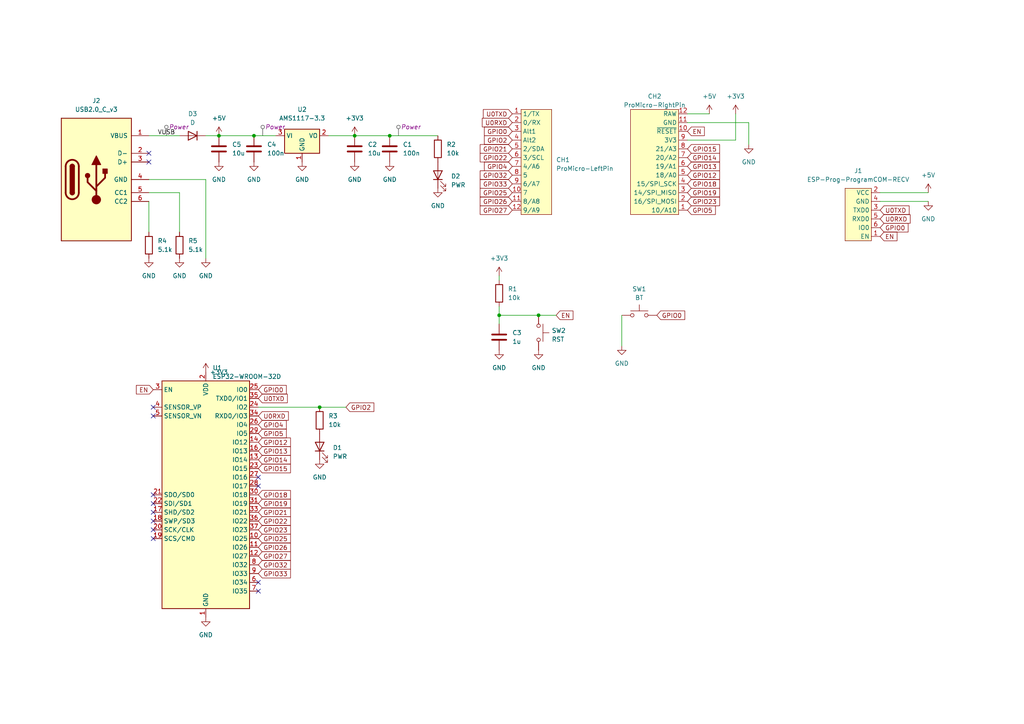
<source format=kicad_sch>
(kicad_sch (version 20230121) (generator eeschema)
  (paper "A4")
  (lib_symbols
    (symbol "$74th:ESP-Prog-ProgramCOM-RECV"
      (property "Reference" "J" (at 0 5.08 0))
      (property "Value" "ESP-Prog-ProgramCOM-RECV" (at 0 7.62 0))
      (symbol "ESP-Prog-ProgramCOM-RECV_0_1"
        (rectangle (start -3.81 3.81) (end 3.81 -11.43) (stroke (width 0.1524)) (fill (type background)))
      )
      (symbol "ESP-Prog-ProgramCOM-RECV_1_1"
        (pin output line (at 6.35 -10.16 180) (length 2.54) (name "EN") (number "1"))
        (pin power_out line (at 6.35 2.54 180) (length 2.54) (name "VCC") (number "2"))
        (pin input line (at 6.35 -2.54 180) (length 2.54) (name "TXD0") (number "3"))
        (pin power_out line (at 6.35 0 180) (length 2.54) (name "GND") (number "4"))
        (pin output line (at 6.35 -5.08 180) (length 2.54) (name "RXD0") (number "5"))
        (pin output line (at 6.35 -7.62 180) (length 2.54) (name "IO0") (number "6"))
      )
    )
    (symbol "$74th:ProMicro-LeftPin-NoGND"
      (property "Reference" "CH" (at 0 12.7 0))
      (property "Value" "ProMicro-LeftPin" (at 0 15.24 0))
      (symbol "ProMicro-LeftPin-NoGND_0_1"
        (rectangle (start -3.81 11.43) (end 5.08 -19.05) (stroke (width 0.1524)) (fill (type background)))
      )
      (symbol "ProMicro-LeftPin-NoGND_1_1"
        (pin bidirectional line (at -6.35 10.16 0) (length 2.54) (name "1/TX") (number "1"))
        (pin bidirectional line (at -6.35 -12.7 0) (length 2.54) (name "7") (number "10"))
        (pin bidirectional line (at -6.35 -15.24 0) (length 2.54) (name "8/A8") (number "11"))
        (pin bidirectional line (at -6.35 -17.78 0) (length 2.54) (name "9/A9") (number "12"))
        (pin bidirectional line (at -6.35 7.62 0) (length 2.54) (name "0/RX") (number "2"))
        (pin bidirectional line (at -6.35 5.08 0) (length 2.54) (name "Alt1") (number "3"))
        (pin bidirectional line (at -6.35 2.54 0) (length 2.54) (name "Alt2") (number "4"))
        (pin bidirectional line (at -6.35 0 0) (length 2.54) (name "2/SDA") (number "5"))
        (pin bidirectional line (at -6.35 -2.54 0) (length 2.54) (name "3/SCL") (number "6"))
        (pin bidirectional line (at -6.35 -5.08 0) (length 2.54) (name "4/A6") (number "7"))
        (pin bidirectional line (at -6.35 -7.62 0) (length 2.54) (name "5") (number "8"))
        (pin bidirectional line (at -6.35 -10.16 0) (length 2.54) (name "6/A7") (number "9"))
      )
    )
    (symbol "$74th:ProMicro-RightPin"
      (property "Reference" "CH" (at 0 12.7 0))
      (property "Value" "ProMicro-RightPin" (at 0 15.24 0))
      (symbol "ProMicro-RightPin_0_1"
        (rectangle (start -3.81 11.43) (end 10.16 -19.05) (stroke (width 0.1524)) (fill (type background)))
      )
      (symbol "ProMicro-RightPin_1_1"
        (pin bidirectional line (at 12.7 -17.78 180) (length 2.54) (name "10/A10") (number "1"))
        (pin input line (at 12.7 5.08 180) (length 2.54) (name "~{RESET}") (number "10"))
        (pin power_in line (at 12.7 7.62 180) (length 2.54) (name "GND") (number "11"))
        (pin power_in line (at 12.7 10.16 180) (length 2.54) (name "RAW") (number "12"))
        (pin bidirectional line (at 12.7 -15.24 180) (length 2.54) (name "16/SPI_MOSI") (number "2"))
        (pin bidirectional line (at 12.7 -12.7 180) (length 2.54) (name "14/SPI_MISO") (number "3"))
        (pin bidirectional line (at 12.7 -10.16 180) (length 2.54) (name "15/SPI_SCK") (number "4"))
        (pin bidirectional line (at 12.7 -7.62 180) (length 2.54) (name "18/A0") (number "5"))
        (pin bidirectional line (at 12.7 -5.08 180) (length 2.54) (name "19/A1") (number "6"))
        (pin bidirectional line (at 12.7 -2.54 180) (length 2.54) (name "20/A2") (number "7"))
        (pin bidirectional line (at 12.7 0 180) (length 2.54) (name "21/A3") (number "8"))
        (pin power_in line (at 12.7 2.54 180) (length 2.54) (name "3V3") (number "9"))
      )
    )
    (symbol "$74th:USB2.0_C_v3" (pin_names (offset 1.016))
      (property "Reference" "J" (at -10.16 19.05 0))
      (property "Value" "USB2.0_C_v3" (at 12.7 19.05 0))
      (symbol "USB2.0_C_v3_0_1"
        (rectangle (start -10.16 17.78) (end 10.16 -17.78) (stroke (width 0.254)) (fill (type background)))
        (arc (start -8.89 -3.81) (mid -6.985 -5.7067) (end -5.08 -3.81) (stroke (width 0.508)))
        (arc (start -7.62 -3.81) (mid -6.985 -4.4423) (end -6.35 -3.81) (stroke (width 0.254)))
        (arc (start -7.62 -3.81) (mid -6.985 -4.4423) (end -6.35 -3.81) (stroke (width 0.254)) (fill (type outline)))
        (rectangle (start -7.62 -3.81) (end -6.35 3.81) (stroke (width 0.254)) (fill (type outline)))
        (arc (start -6.35 3.81) (mid -6.985 4.4423) (end -7.62 3.81) (stroke (width 0.254)))
        (arc (start -6.35 3.81) (mid -6.985 4.4423) (end -7.62 3.81) (stroke (width 0.254)) (fill (type outline)))
        (arc (start -5.08 3.81) (mid -6.985 5.7067) (end -8.89 3.81) (stroke (width 0.508)))
        (circle (center -2.54 1.143) (radius 0.635) (stroke (width 0.254)) (fill (type outline)))
        (circle (center 0 -5.842) (radius 1.27) (fill (type outline)))
        (polyline (pts (xy -8.89 -3.81) (xy -8.89 3.81)) (stroke (width 0.508)))
        (polyline (pts (xy -5.08 3.81) (xy -5.08 -3.81)) (stroke (width 0.508)))
        (polyline (pts (xy 0 -5.842) (xy 0 4.318)) (stroke (width 0.508)))
        (polyline (pts (xy 0 -3.302) (xy -2.54 -0.762) (xy -2.54 0.508)) (stroke (width 0.508)))
        (polyline (pts (xy 0 -2.032) (xy 2.54 0.508) (xy 2.54 1.778)) (stroke (width 0.508)))
        (polyline (pts (xy -1.27 4.318) (xy 0 6.858) (xy 1.27 4.318) (xy -1.27 4.318)) (stroke (width 0.254)) (fill (type outline)))
        (rectangle (start 1.905 1.778) (end 3.175 3.048) (stroke (width 0.254)) (fill (type outline)))
      )
      (symbol "USB2.0_C_v3_1_1"
        (pin power_out line (at 15.24 12.7 180) (length 5.08) (name "VBUS") (number "1"))
        (pin bidirectional line (at 15.24 7.62 180) (length 5.08) (name "D-") (number "2"))
        (pin bidirectional line (at 15.24 5.08 180) (length 5.08) (name "D+") (number "3"))
        (pin power_out line (at 15.24 0 180) (length 5.08) (name "GND") (number "4"))
        (pin bidirectional line (at 15.24 -3.81 180) (length 5.08) (name "CC1") (number "5"))
        (pin bidirectional line (at 15.24 -6.35 180) (length 5.08) (name "CC2") (number "6"))
      )
    )
    (symbol "Device:C" (pin_numbers hide) (pin_names (offset 0.254))
      (property "Reference" "C" (at 0.635 2.54 0))
      (property "Value" "C" (at 0.635 -2.54 0))
      (symbol "C_0_1"
        (polyline (pts (xy -2.032 -0.762) (xy 2.032 -0.762)) (stroke (width 0.508)))
        (polyline (pts (xy -2.032 0.762) (xy 2.032 0.762)) (stroke (width 0.508)))
      )
      (symbol "C_1_1"
        (pin passive line (at 0 3.81 270) (length 2.794) (name "~") (number "1"))
        (pin passive line (at 0 -3.81 90) (length 2.794) (name "~") (number "2"))
      )
    )
    (symbol "Device:D" (pin_numbers hide) (pin_names (offset 1.016) hide)
      (property "Reference" "D" (at 0 2.54 0))
      (property "Value" "D" (at 0 -2.54 0))
      (symbol "D_0_1"
        (polyline (pts (xy -1.27 1.27) (xy -1.27 -1.27)) (stroke (width 0.254)))
        (polyline (pts (xy 1.27 0) (xy -1.27 0)))
        (polyline (pts (xy 1.27 1.27) (xy 1.27 -1.27) (xy -1.27 0) (xy 1.27 1.27)) (stroke (width 0.254)))
      )
      (symbol "D_1_1"
        (pin passive line (at -3.81 0 0) (length 2.54) (name "K") (number "1"))
        (pin passive line (at 3.81 0 180) (length 2.54) (name "A") (number "2"))
      )
    )
    (symbol "Device:LED" (pin_numbers hide) (pin_names (offset 1.016) hide)
      (property "Reference" "D" (at 0 2.54 0))
      (property "Value" "LED" (at 0 -2.54 0))
      (symbol "LED_0_1"
        (polyline (pts (xy -1.27 -1.27) (xy -1.27 1.27)) (stroke (width 0.254)))
        (polyline (pts (xy -1.27 0) (xy 1.27 0)))
        (polyline (pts (xy 1.27 -1.27) (xy 1.27 1.27) (xy -1.27 0) (xy 1.27 -1.27)) (stroke (width 0.254)))
        (polyline (pts (xy -3.048 -0.762) (xy -4.572 -2.286) (xy -3.81 -2.286) (xy -4.572 -2.286) (xy -4.572 -1.524)))
        (polyline (pts (xy -1.778 -0.762) (xy -3.302 -2.286) (xy -2.54 -2.286) (xy -3.302 -2.286) (xy -3.302 -1.524)))
      )
      (symbol "LED_1_1"
        (pin passive line (at -3.81 0 0) (length 2.54) (name "K") (number "1"))
        (pin passive line (at 3.81 0 180) (length 2.54) (name "A") (number "2"))
      )
    )
    (symbol "Device:R" (pin_numbers hide) (pin_names (offset 0))
      (property "Reference" "R" (at 2.032 0 90))
      (property "Value" "R" (at 0 0 90))
      (symbol "R_0_1"
        (rectangle (start -1.016 -2.54) (end 1.016 2.54) (stroke (width 0.254)))
      )
      (symbol "R_1_1"
        (pin passive line (at 0 3.81 270) (length 1.27) (name "~") (number "1"))
        (pin passive line (at 0 -3.81 90) (length 1.27) (name "~") (number "2"))
      )
    )
    (symbol "RF_Module:ESP32-WROOM-32D"
      (property "Reference" "U" (at -12.7 34.29 0))
      (property "Value" "ESP32-WROOM-32D" (at 1.27 34.29 0))
      (symbol "ESP32-WROOM-32D_0_1"
        (rectangle (start -12.7 33.02) (end 12.7 -33.02) (stroke (width 0.254)) (fill (type background)))
      )
      (symbol "ESP32-WROOM-32D_1_1"
        (pin power_in line (at 0 -35.56 90) (length 2.54) (name "GND") (number "1"))
        (pin bidirectional line (at 15.24 -12.7 180) (length 2.54) (name "IO25") (number "10"))
        (pin bidirectional line (at 15.24 -15.24 180) (length 2.54) (name "IO26") (number "11"))
        (pin bidirectional line (at 15.24 -17.78 180) (length 2.54) (name "IO27") (number "12"))
        (pin bidirectional line (at 15.24 10.16 180) (length 2.54) (name "IO14") (number "13"))
        (pin bidirectional line (at 15.24 15.24 180) (length 2.54) (name "IO12") (number "14"))
        (pin passive line (at 0 -35.56 90) (length 2.54) hide (name "GND") (number "15"))
        (pin bidirectional line (at 15.24 12.7 180) (length 2.54) (name "IO13") (number "16"))
        (pin bidirectional line (at -15.24 -5.08 0) (length 2.54) (name "SHD/SD2") (number "17"))
        (pin bidirectional line (at -15.24 -7.62 0) (length 2.54) (name "SWP/SD3") (number "18"))
        (pin bidirectional line (at -15.24 -12.7 0) (length 2.54) (name "SCS/CMD") (number "19"))
        (pin power_in line (at 0 35.56 270) (length 2.54) (name "VDD") (number "2"))
        (pin bidirectional line (at -15.24 -10.16 0) (length 2.54) (name "SCK/CLK") (number "20"))
        (pin bidirectional line (at -15.24 0 0) (length 2.54) (name "SDO/SD0") (number "21"))
        (pin bidirectional line (at -15.24 -2.54 0) (length 2.54) (name "SDI/SD1") (number "22"))
        (pin bidirectional line (at 15.24 7.62 180) (length 2.54) (name "IO15") (number "23"))
        (pin bidirectional line (at 15.24 25.4 180) (length 2.54) (name "IO2") (number "24"))
        (pin bidirectional line (at 15.24 30.48 180) (length 2.54) (name "IO0") (number "25"))
        (pin bidirectional line (at 15.24 20.32 180) (length 2.54) (name "IO4") (number "26"))
        (pin bidirectional line (at 15.24 5.08 180) (length 2.54) (name "IO16") (number "27"))
        (pin bidirectional line (at 15.24 2.54 180) (length 2.54) (name "IO17") (number "28"))
        (pin bidirectional line (at 15.24 17.78 180) (length 2.54) (name "IO5") (number "29"))
        (pin input line (at -15.24 30.48 0) (length 2.54) (name "EN") (number "3"))
        (pin bidirectional line (at 15.24 0 180) (length 2.54) (name "IO18") (number "30"))
        (pin bidirectional line (at 15.24 -2.54 180) (length 2.54) (name "IO19") (number "31"))
        (pin no_connect line (at -12.7 -27.94 0) (length 2.54) hide (name "NC") (number "32"))
        (pin bidirectional line (at 15.24 -5.08 180) (length 2.54) (name "IO21") (number "33"))
        (pin bidirectional line (at 15.24 22.86 180) (length 2.54) (name "RXD0/IO3") (number "34"))
        (pin bidirectional line (at 15.24 27.94 180) (length 2.54) (name "TXD0/IO1") (number "35"))
        (pin bidirectional line (at 15.24 -7.62 180) (length 2.54) (name "IO22") (number "36"))
        (pin bidirectional line (at 15.24 -10.16 180) (length 2.54) (name "IO23") (number "37"))
        (pin passive line (at 0 -35.56 90) (length 2.54) hide (name "GND") (number "38"))
        (pin passive line (at 0 -35.56 90) (length 2.54) hide (name "GND") (number "39"))
        (pin input line (at -15.24 25.4 0) (length 2.54) (name "SENSOR_VP") (number "4"))
        (pin input line (at -15.24 22.86 0) (length 2.54) (name "SENSOR_VN") (number "5"))
        (pin input line (at 15.24 -25.4 180) (length 2.54) (name "IO34") (number "6"))
        (pin input line (at 15.24 -27.94 180) (length 2.54) (name "IO35") (number "7"))
        (pin bidirectional line (at 15.24 -20.32 180) (length 2.54) (name "IO32") (number "8"))
        (pin bidirectional line (at 15.24 -22.86 180) (length 2.54) (name "IO33") (number "9"))
      )
    )
    (symbol "Regulator_Linear:AMS1117-3.3"
      (property "Reference" "U" (at -3.81 3.175 0))
      (property "Value" "AMS1117-3.3" (at 0 3.175 0))
      (symbol "AMS1117-3.3_0_1"
        (rectangle (start -5.08 -5.08) (end 5.08 1.905) (stroke (width 0.254)) (fill (type background)))
      )
      (symbol "AMS1117-3.3_1_1"
        (pin power_in line (at 0 -7.62 90) (length 2.54) (name "GND") (number "1"))
        (pin power_out line (at 7.62 0 180) (length 2.54) (name "VO") (number "2"))
        (pin power_in line (at -7.62 0 0) (length 2.54) (name "VI") (number "3"))
      )
    )
    (symbol "Switch:SW_Push" (pin_numbers hide) (pin_names (offset 1.016) hide)
      (property "Reference" "SW" (at 1.27 2.54 0))
      (property "Value" "SW_Push" (at 0 -1.524 0))
      (symbol "SW_Push_0_1"
        (circle (center -2.032 0) (radius 0.508))
        (polyline (pts (xy 0 1.27) (xy 0 3.048)))
        (polyline (pts (xy 2.54 1.27) (xy -2.54 1.27)))
        (circle (center 2.032 0) (radius 0.508))
        (pin passive line (at -5.08 0 0) (length 2.54) (name "1") (number "1"))
        (pin passive line (at 5.08 0 180) (length 2.54) (name "2") (number "2"))
      )
    )
    (symbol "power:+3V3" (power) (pin_names (offset 0))
      (property "Value" "+3V3" (at 0 3.556 0))
      (symbol "+3V3_0_1"
        (polyline (pts (xy -0.762 1.27) (xy 0 2.54)))
        (polyline (pts (xy 0 0) (xy 0 2.54)))
        (polyline (pts (xy 0 2.54) (xy 0.762 1.27)))
      )
      (symbol "+3V3_1_1"
        (pin power_in line (at 0 0 90) (length 0) hide (name "+3V3") (number "1"))
      )
    )
    (symbol "power:+5V" (power) (pin_names (offset 0))
      (property "Value" "+5V" (at 0 3.556 0))
      (symbol "+5V_0_1"
        (polyline (pts (xy -0.762 1.27) (xy 0 2.54)))
        (polyline (pts (xy 0 0) (xy 0 2.54)))
        (polyline (pts (xy 0 2.54) (xy 0.762 1.27)))
      )
      (symbol "+5V_1_1"
        (pin power_in line (at 0 0 90) (length 0) hide (name "+5V") (number "1"))
      )
    )
    (symbol "power:GND" (power) (pin_names (offset 0))
      (property "Value" "GND" (at 0 -3.81 0))
      (symbol "GND_0_1"
        (polyline (pts (xy 0 0) (xy 0 -1.27) (xy 1.27 -1.27) (xy 0 -2.54) (xy -1.27 -1.27) (xy 0 -1.27)))
      )
      (symbol "GND_1_1"
        (pin power_in line (at 0 0 270) (length 0) hide (name "GND") (number "1"))
      )
    )
  )
  (junction (at 113.03 39.37))
  (junction (at 92.71 118.11))
  (junction (at 63.5 39.37))
  (junction (at 102.87 39.37))
  (junction (at 73.66 39.37))
  (junction (at 156.21 91.44))
  (junction (at 144.78 91.44))
  (no_connect (at 44.45 146.05))
  (no_connect (at 44.45 118.11))
  (no_connect (at 74.93 171.45))
  (no_connect (at 43.18 44.45))
  (no_connect (at 44.45 148.59))
  (no_connect (at 74.93 140.97))
  (no_connect (at 74.93 138.43))
  (no_connect (at 44.45 151.13))
  (no_connect (at 44.45 143.51))
  (no_connect (at 44.45 153.67))
  (no_connect (at 43.18 46.99))
  (no_connect (at 74.93 168.91))
  (no_connect (at 44.45 156.21))
  (no_connect (at 44.45 120.65))
  (wire (pts (xy 255.27 58.42) (xy 269.24 58.42)))
  (wire (pts (xy 43.18 55.88) (xy 52.07 55.88)))
  (wire (pts (xy 144.78 91.44) (xy 144.78 93.98)))
  (wire (pts (xy 92.71 118.11) (xy 100.33 118.11)))
  (wire (pts (xy 74.93 118.11) (xy 92.71 118.11)))
  (wire (pts (xy 59.69 39.37) (xy 63.5 39.37)))
  (wire (pts (xy 199.39 40.64) (xy 213.36 40.64)))
  (wire (pts (xy 255.27 55.88) (xy 269.24 55.88)))
  (wire (pts (xy 95.25 39.37) (xy 102.87 39.37)))
  (wire (pts (xy 52.07 55.88) (xy 52.07 67.31)))
  (wire (pts (xy 43.18 58.42) (xy 43.18 67.31)))
  (wire (pts (xy 156.21 91.44) (xy 161.29 91.44)))
  (wire (pts (xy 144.78 80.01) (xy 144.78 81.28)))
  (wire (pts (xy 59.69 52.07) (xy 59.69 74.93)))
  (wire (pts (xy 217.17 35.56) (xy 199.39 35.56)))
  (wire (pts (xy 73.66 39.37) (xy 80.01 39.37)))
  (wire (pts (xy 43.18 39.37) (xy 52.07 39.37)))
  (wire (pts (xy 180.34 91.44) (xy 180.34 100.33)))
  (wire (pts (xy 113.03 39.37) (xy 127 39.37)))
  (wire (pts (xy 217.17 41.91) (xy 217.17 35.56)))
  (wire (pts (xy 144.78 91.44) (xy 144.78 88.9)))
  (wire (pts (xy 199.39 33.02) (xy 205.74 33.02)))
  (wire (pts (xy 102.87 39.37) (xy 113.03 39.37)))
  (wire (pts (xy 63.5 39.37) (xy 73.66 39.37)))
  (wire (pts (xy 144.78 91.44) (xy 156.21 91.44)))
  (wire (pts (xy 213.36 33.02) (xy 213.36 40.64)))
  (wire (pts (xy 43.18 52.07) (xy 59.69 52.07)))
  (label "VUSB" (at 45.72 39.37 0))
  (global_label "GPIO22" (shape input) (at 74.93 151.13 0) (property "Intersheetrefs" "${INTERSHEET_REFS}" (effects hide)))
  (global_label "GPIO0" (shape input) (at 255.27 66.04 0) (property "Intersheetrefs" "${INTERSHEET_REFS}" (effects hide)))
  (global_label "GPIO18" (shape input) (at 199.39 53.34 0) (property "Intersheetrefs" "${INTERSHEET_REFS}" (effects hide)))
  (global_label "GPIO26" (shape input) (at 74.93 158.75 0) (property "Intersheetrefs" "${INTERSHEET_REFS}" (effects hide)))
  (global_label "U0RXD" (shape input) (at 148.59 35.56 180) (property "Intersheetrefs" "${INTERSHEET_REFS}" (effects hide)))
  (global_label "EN" (shape input) (at 199.39 38.1 0) (property "Intersheetrefs" "${INTERSHEET_REFS}" (effects hide)))
  (global_label "GPIO21" (shape input) (at 74.93 148.59 0) (property "Intersheetrefs" "${INTERSHEET_REFS}" (effects hide)))
  (global_label "GPIO0" (shape input) (at 74.93 113.03 0) (property "Intersheetrefs" "${INTERSHEET_REFS}" (effects hide)))
  (global_label "U0RXD" (shape input) (at 74.93 120.65 0) (property "Intersheetrefs" "${INTERSHEET_REFS}" (effects hide)))
  (global_label "U0RXD" (shape input) (at 255.27 63.5 0) (property "Intersheetrefs" "${INTERSHEET_REFS}" (effects hide)))
  (global_label "U0TXD" (shape input) (at 148.59 33.02 180) (property "Intersheetrefs" "${INTERSHEET_REFS}" (effects hide)))
  (global_label "GPIO19" (shape input) (at 74.93 146.05 0) (property "Intersheetrefs" "${INTERSHEET_REFS}" (effects hide)))
  (global_label "EN" (shape input) (at 255.27 68.58 0) (property "Intersheetrefs" "${INTERSHEET_REFS}" (effects hide)))
  (global_label "GPIO5" (shape input) (at 74.93 125.73 0) (property "Intersheetrefs" "${INTERSHEET_REFS}" (effects hide)))
  (global_label "GPIO33" (shape input) (at 74.93 166.37 0) (property "Intersheetrefs" "${INTERSHEET_REFS}" (effects hide)))
  (global_label "GPIO22" (shape input) (at 148.59 45.72 180) (property "Intersheetrefs" "${INTERSHEET_REFS}" (effects hide)))
  (global_label "U0TXD" (shape input) (at 255.27 60.96 0) (property "Intersheetrefs" "${INTERSHEET_REFS}" (effects hide)))
  (global_label "GPIO12" (shape input) (at 74.93 128.27 0) (property "Intersheetrefs" "${INTERSHEET_REFS}" (effects hide)))
  (global_label "GPIO32" (shape input) (at 148.59 50.8 180) (property "Intersheetrefs" "${INTERSHEET_REFS}" (effects hide)))
  (global_label "EN" (shape input) (at 161.29 91.44 0) (property "Intersheetrefs" "${INTERSHEET_REFS}" (effects hide)))
  (global_label "GPIO23" (shape input) (at 74.93 153.67 0) (property "Intersheetrefs" "${INTERSHEET_REFS}" (effects hide)))
  (global_label "GPIO25" (shape input) (at 148.59 55.88 180) (property "Intersheetrefs" "${INTERSHEET_REFS}" (effects hide)))
  (global_label "GPIO15" (shape input) (at 199.39 43.18 0) (property "Intersheetrefs" "${INTERSHEET_REFS}" (effects hide)))
  (global_label "GPIO19" (shape input) (at 199.39 55.88 0) (property "Intersheetrefs" "${INTERSHEET_REFS}" (effects hide)))
  (global_label "GPIO27" (shape input) (at 148.59 60.96 180) (property "Intersheetrefs" "${INTERSHEET_REFS}" (effects hide)))
  (global_label "GPIO18" (shape input) (at 74.93 143.51 0) (property "Intersheetrefs" "${INTERSHEET_REFS}" (effects hide)))
  (global_label "GPIO5" (shape input) (at 199.39 60.96 0) (property "Intersheetrefs" "${INTERSHEET_REFS}" (effects hide)))
  (global_label "GPIO21" (shape input) (at 148.59 43.18 180) (property "Intersheetrefs" "${INTERSHEET_REFS}" (effects hide)))
  (global_label "GPIO27" (shape input) (at 74.93 161.29 0) (property "Intersheetrefs" "${INTERSHEET_REFS}" (effects hide)))
  (global_label "U0TXD" (shape input) (at 74.93 115.57 0) (property "Intersheetrefs" "${INTERSHEET_REFS}" (effects hide)))
  (global_label "GPIO12" (shape input) (at 199.39 50.8 0) (property "Intersheetrefs" "${INTERSHEET_REFS}" (effects hide)))
  (global_label "GPIO0" (shape input) (at 148.59 38.1 180) (property "Intersheetrefs" "${INTERSHEET_REFS}" (effects hide)))
  (global_label "GPIO13" (shape input) (at 74.93 130.81 0) (property "Intersheetrefs" "${INTERSHEET_REFS}" (effects hide)))
  (global_label "GPIO25" (shape input) (at 74.93 156.21 0) (property "Intersheetrefs" "${INTERSHEET_REFS}" (effects hide)))
  (global_label "EN" (shape input) (at 44.45 113.03 180) (property "Intersheetrefs" "${INTERSHEET_REFS}" (effects hide)))
  (global_label "GPIO4" (shape input) (at 148.59 48.26 180) (property "Intersheetrefs" "${INTERSHEET_REFS}" (effects hide)))
  (global_label "GPIO4" (shape input) (at 74.93 123.19 0) (property "Intersheetrefs" "${INTERSHEET_REFS}" (effects hide)))
  (global_label "GPIO2" (shape input) (at 100.33 118.11 0) (property "Intersheetrefs" "${INTERSHEET_REFS}" (effects hide)))
  (global_label "GPIO23" (shape input) (at 199.39 58.42 0) (property "Intersheetrefs" "${INTERSHEET_REFS}" (effects hide)))
  (global_label "GPIO0" (shape input) (at 190.5 91.44 0) (property "Intersheetrefs" "${INTERSHEET_REFS}" (effects hide)))
  (global_label "GPIO26" (shape input) (at 148.59 58.42 180) (property "Intersheetrefs" "${INTERSHEET_REFS}" (effects hide)))
  (global_label "GPIO2" (shape input) (at 148.59 40.64 180) (property "Intersheetrefs" "${INTERSHEET_REFS}" (effects hide)))
  (global_label "GPIO33" (shape input) (at 148.59 53.34 180) (property "Intersheetrefs" "${INTERSHEET_REFS}" (effects hide)))
  (global_label "GPIO15" (shape input) (at 74.93 135.89 0) (property "Intersheetrefs" "${INTERSHEET_REFS}" (effects hide)))
  (global_label "GPIO14" (shape input) (at 74.93 133.35 0) (property "Intersheetrefs" "${INTERSHEET_REFS}" (effects hide)))
  (global_label "GPIO32" (shape input) (at 74.93 163.83 0) (property "Intersheetrefs" "${INTERSHEET_REFS}" (effects hide)))
  (global_label "GPIO14" (shape input) (at 199.39 45.72 0) (property "Intersheetrefs" "${INTERSHEET_REFS}" (effects hide)))
  (global_label "GPIO13" (shape input) (at 199.39 48.26 0) (property "Intersheetrefs" "${INTERSHEET_REFS}" (effects hide)))
  (netclass_flag "" (length 2.54) (shape round) (at 115.57 39.37 0) (property "Netclass" "Power" (at 116.2685 36.83 0) (effects (font italic) (justify left))))
  (netclass_flag "" (length 2.54) (shape round) (at 76.2 39.37 0) (property "Netclass" "Power" (at 76.8985 36.83 0) (effects (font italic) (justify left))))
  (netclass_flag "" (length 2.54) (shape round) (at 48.26 39.37 0) (property "Netclass" "Power" (at 48.9585 36.83 0) (effects (font italic) (justify left))))
  (symbol (lib_id "power:GND") (at 127 54.61 0) (unit 1)
    (property "Reference" "#PWR025" (effects hide))
    (property "Value" "GND" (at 127 59.69 0))
  )
  (symbol (lib_id "$74th:ESP-Prog-ProgramCOM-RECV") (at 248.92 58.42 0) (unit 1)
    (property "Reference" "J1" (at 248.92 49.53 0))
    (property "Value" "ESP-Prog-ProgramCOM-RECV" (at 248.92 52.07 0))
    (property "Footprint" "$74th:BoxPinHeader_2x03_P1.27mm_Vertical" (effects hide))
  )
  (symbol (lib_id "Device:C") (at 63.5 43.18 0) (unit 1)
    (property "Reference" "C5" (at 67.31 41.9099 0) (effects (justify left)))
    (property "Value" "10u" (at 67.31 44.4499 0) (effects (justify left)))
    (property "Footprint" "$74th:Capacitor_0805_2012" (effects hide))
  )
  (symbol (lib_id "power:+3V3") (at 59.69 107.95 0) (unit 1)
    (property "Reference" "#PWR01" (effects hide))
    (property "Value" "+3V3" (at 63.5 107.95 0))
  )
  (symbol (lib_id "Device:R") (at 127 43.18 180) (unit 1)
    (property "Reference" "R2" (at 129.54 41.9099 0) (effects (justify right)))
    (property "Value" "10k" (at 129.54 44.4499 0) (effects (justify right)))
    (property "Footprint" "$74th:Register_0805_2012" (effects hide))
  )
  (symbol (lib_id "$74th:ProMicro-LeftPin-NoGND") (at 154.94 43.18 0) (unit 1)
    (property "Reference" "CH1" (at 161.29 46.355 0) (effects (justify left)))
    (property "Value" "ProMicro-LeftPin" (at 161.29 48.895 0) (effects (justify left)))
    (property "Footprint" "$74th:ProMicro_LIKE_LEFT_NO_GND" (effects hide))
  )
  (symbol (lib_id "power:+5V") (at 63.5 39.37 0) (unit 1)
    (property "Reference" "#PWR07" (effects hide))
    (property "Value" "+5V" (at 63.5 34.29 0))
  )
  (symbol (lib_id "power:GND") (at 217.17 41.91 0) (unit 1)
    (property "Reference" "#PWR013" (effects hide))
    (property "Value" "GND" (at 217.17 46.99 0))
  )
  (symbol (lib_id "Device:R") (at 52.07 71.12 0) (unit 1)
    (property "Reference" "R5" (at 54.61 69.8499 0) (effects (justify left)))
    (property "Value" "5.1k" (at 54.61 72.3899 0) (effects (justify left)))
    (property "Footprint" "$74th:Register_0805_2012" (effects hide))
  )
  (symbol (lib_id "Device:C") (at 73.66 43.18 0) (unit 1)
    (property "Reference" "C4" (at 77.47 41.9099 0) (effects (justify left)))
    (property "Value" "100n" (at 77.47 44.4499 0) (effects (justify left)))
    (property "Footprint" "$74th:Capacitor_0805_2012" (effects hide))
  )
  (symbol (lib_id "Switch:SW_Push") (at 185.42 91.44 0) (unit 1)
    (property "Reference" "SW1" (at 185.42 83.82 0))
    (property "Value" "BT" (at 185.42 86.36 0))
    (property "Footprint" "$74th:SKRPABE010" (effects hide))
  )
  (symbol (lib_id "Device:R") (at 43.18 71.12 0) (unit 1)
    (property "Reference" "R4" (at 45.72 69.8499 0) (effects (justify left)))
    (property "Value" "5.1k" (at 45.72 72.3899 0) (effects (justify left)))
    (property "Footprint" "$74th:Register_0805_2012" (effects hide))
  )
  (symbol (lib_id "Device:LED") (at 92.71 129.54 90) (unit 1)
    (property "Reference" "D1" (at 96.52 129.8574 90) (effects (justify right)))
    (property "Value" "PWR" (at 96.52 132.3974 90) (effects (justify right)))
    (property "Footprint" "LED_SMD:LED_0805_2012Metric_Pad1.15x1.40mm_HandSolder" (effects hide))
  )
  (symbol (lib_id "Device:R") (at 144.78 85.09 180) (unit 1)
    (property "Reference" "R1" (at 147.32 83.8199 0) (effects (justify right)))
    (property "Value" "10k" (at 147.32 86.3599 0) (effects (justify right)))
    (property "Footprint" "$74th:Register_0805_2012" (effects hide))
  )
  (symbol (lib_id "power:GND") (at 144.78 101.6 0) (unit 1)
    (property "Reference" "#PWR012" (effects hide))
    (property "Value" "GND" (at 144.78 106.68 0))
  )
  (symbol (lib_id "power:GND") (at 180.34 100.33 0) (unit 1)
    (property "Reference" "#PWR018" (effects hide))
    (property "Value" "GND" (at 180.34 105.41 0))
  )
  (symbol (lib_id "power:GND") (at 102.87 46.99 0) (unit 1)
    (property "Reference" "#PWR022" (effects hide))
    (property "Value" "GND" (at 102.87 52.07 0))
  )
  (symbol (lib_id "Device:C") (at 144.78 97.79 0) (unit 1)
    (property "Reference" "C3" (at 148.59 96.5199 0) (effects (justify left)))
    (property "Value" "1u" (at 148.59 99.0599 0) (effects (justify left)))
    (property "Footprint" "$74th:Capacitor_0805_2012" (effects hide))
  )
  (symbol (lib_id "$74th:USB2.0_C_v3") (at 27.94 52.07 0) (unit 1)
    (property "Reference" "J2" (at 27.94 29.21 0))
    (property "Value" "USB2.0_C_v3" (at 27.94 31.75 0))
    (property "Footprint" "$74th:USB-C-12-Pin-SMD" (effects hide))
    (property "Datasheet" "https://www.usb.org/sites/default/files/documents/usb_type-c.zip" (effects hide))
  )
  (symbol (lib_id "power:GND") (at 113.03 46.99 0) (unit 1)
    (property "Reference" "#PWR09" (effects hide))
    (property "Value" "GND" (at 113.03 52.07 0))
  )
  (symbol (lib_id "power:+5V") (at 205.74 33.02 0) (unit 1)
    (property "Reference" "#PWR06" (effects hide))
    (property "Value" "+5V" (at 205.74 27.94 0))
  )
  (symbol (lib_id "power:GND") (at 269.24 58.42 0) (unit 1)
    (property "Reference" "#PWR027" (effects hide))
    (property "Value" "GND" (at 269.24 63.5 0))
  )
  (symbol (lib_id "RF_Module:ESP32-WROOM-32D") (at 59.69 143.51 0) (unit 1)
    (property "Reference" "U1" (at 61.6459 106.68 0) (effects (justify left)))
    (property "Value" "ESP32-WROOM-32D" (at 61.6459 109.22 0) (effects (justify left)))
    (property "Footprint" "RF_Module:ESP32-WROOM-32D" (effects hide))
    (property "Datasheet" "https://www.espressif.com/sites/default/files/documentation/esp32-wroom-32d_esp32-wroom-32u_datasheet_en.pdf" (effects hide))
  )
  (symbol (lib_id "power:GND") (at 59.69 179.07 0) (unit 1)
    (property "Reference" "#PWR05" (effects hide))
    (property "Value" "GND" (at 59.69 184.15 0))
  )
  (symbol (lib_id "Device:R") (at 92.71 121.92 180) (unit 1)
    (property "Reference" "R3" (at 95.25 120.6499 0) (effects (justify right)))
    (property "Value" "10k" (at 95.25 123.1899 0) (effects (justify right)))
    (property "Footprint" "$74th:Register_0805_2012" (effects hide))
  )
  (symbol (lib_id "Switch:SW_Push") (at 156.21 96.52 270) (unit 1)
    (property "Reference" "SW2" (at 160.02 95.885 90) (effects (justify left)))
    (property "Value" "RST" (at 160.02 98.425 90) (effects (justify left)))
    (property "Footprint" "$74th:SKRPABE010" (effects hide))
  )
  (symbol (lib_id "power:GND") (at 43.18 74.93 0) (unit 1)
    (property "Reference" "#PWR02" (effects hide))
    (property "Value" "GND" (at 43.18 80.01 0))
  )
  (symbol (lib_id "$74th:ProMicro-RightPin") (at 186.69 43.18 0) (unit 1)
    (property "Reference" "CH2" (at 189.865 27.94 0))
    (property "Value" "ProMicro-RightPin" (at 189.865 30.48 0))
    (property "Footprint" "$74th:ProMicro_LIKE_RIGHT" (effects hide))
  )
  (symbol (lib_id "power:GND") (at 52.07 74.93 0) (unit 1)
    (property "Reference" "#PWR03" (effects hide))
    (property "Value" "GND" (at 52.07 80.01 0))
  )
  (symbol (lib_id "power:+3V3") (at 102.87 39.37 0) (unit 1)
    (property "Reference" "#PWR021" (effects hide))
    (property "Value" "+3V3" (at 102.87 34.29 0))
  )
  (symbol (lib_id "Device:C") (at 102.87 43.18 0) (unit 1)
    (property "Reference" "C2" (at 106.68 41.9099 0) (effects (justify left)))
    (property "Value" "10u" (at 106.68 44.4499 0) (effects (justify left)))
    (property "Footprint" "$74th:Capacitor_0805_2012" (effects hide))
  )
  (symbol (lib_id "power:GND") (at 59.69 74.93 0) (unit 1)
    (property "Reference" "#PWR04" (effects hide))
    (property "Value" "GND" (at 59.69 80.01 0))
  )
  (symbol (lib_id "power:+5V") (at 269.24 55.88 0) (unit 1)
    (property "Reference" "#PWR026" (effects hide))
    (property "Value" "+5V" (at 269.24 50.8 0))
  )
  (symbol (lib_id "Device:D") (at 55.88 39.37 180) (unit 1)
    (property "Reference" "D3" (at 55.88 33.02 0))
    (property "Value" "D" (at 55.88 35.56 0))
    (property "Footprint" "$74th:D_SMA" (effects hide))
    (property "Sim.Device" "D" (effects hide))
    (property "Sim.Pins" "1=K 2=A" (effects hide))
  )
  (symbol (lib_id "power:GND") (at 156.21 101.6 0) (unit 1)
    (property "Reference" "#PWR024" (effects hide))
    (property "Value" "GND" (at 156.21 106.68 0))
  )
  (symbol (lib_id "power:GND") (at 63.5 46.99 0) (unit 1)
    (property "Reference" "#PWR08" (effects hide))
    (property "Value" "GND" (at 63.5 52.07 0))
  )
  (symbol (lib_id "power:GND") (at 92.71 133.35 0) (unit 1)
    (property "Reference" "#PWR015" (effects hide))
    (property "Value" "GND" (at 92.71 138.43 0))
  )
  (symbol (lib_id "Device:LED") (at 127 50.8 90) (unit 1)
    (property "Reference" "D2" (at 130.81 51.1174 90) (effects (justify right)))
    (property "Value" "PWR" (at 130.81 53.6574 90) (effects (justify right)))
    (property "Footprint" "LED_SMD:LED_0805_2012Metric_Pad1.15x1.40mm_HandSolder" (effects hide))
  )
  (symbol (lib_id "power:GND") (at 73.66 46.99 0) (unit 1)
    (property "Reference" "#PWR017" (effects hide))
    (property "Value" "GND" (at 73.66 52.07 0))
  )
  (symbol (lib_id "Device:C") (at 113.03 43.18 0) (unit 1)
    (property "Reference" "C1" (at 116.84 41.9099 0) (effects (justify left)))
    (property "Value" "100n" (at 116.84 44.4499 0) (effects (justify left)))
    (property "Footprint" "$74th:Capacitor_0805_2012" (effects hide))
  )
  (symbol (lib_id "power:GND") (at 87.63 46.99 0) (unit 1)
    (property "Reference" "#PWR019" (effects hide))
    (property "Value" "GND" (at 87.63 52.07 0))
  )
  (symbol (lib_id "power:+3V3") (at 144.78 80.01 0) (unit 1)
    (property "Reference" "#PWR011" (effects hide))
    (property "Value" "+3V3" (at 144.78 74.93 0))
  )
  (symbol (lib_id "power:+3V3") (at 213.36 33.02 0) (unit 1)
    (property "Reference" "#PWR014" (effects hide))
    (property "Value" "+3V3" (at 213.36 27.94 0))
  )
  (symbol (lib_id "Regulator_Linear:AMS1117-3.3") (at 87.63 39.37 0) (unit 1)
    (property "Reference" "U2" (at 87.63 31.75 0))
    (property "Value" "AMS1117-3.3" (at 87.63 34.29 0))
    (property "Footprint" "Package_TO_SOT_SMD:SOT-223-3_TabPin2" (effects hide))
    (property "Datasheet" "http://www.advanced-monolithic.com/pdf/ds1117.pdf" (effects hide))
  )
)
</source>
